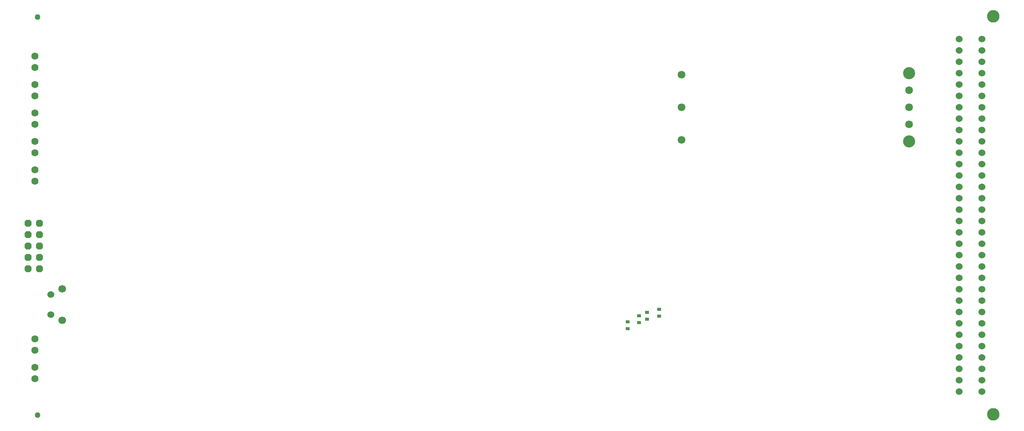
<source format=gbr>
G04 Layer_Color=255*
%FSLAX45Y45*%
%MOMM*%
%TF.FileFunction,Pads,Bot*%
%TF.Part,Single*%
G01*
G75*
%TA.AperFunction,SMDPad,CuDef*%
%ADD14R,0.90000X0.70000*%
%TA.AperFunction,ViaPad*%
%ADD38C,1.27000*%
%TA.AperFunction,ComponentPad*%
%ADD39C,1.52400*%
%ADD40C,1.70000*%
%ADD41C,1.60000*%
G04:AMPARAMS|DCode=42|XSize=1.5748mm|YSize=1.5748mm|CornerRadius=0mm|HoleSize=0mm|Usage=FLASHONLY|Rotation=90.000|XOffset=0mm|YOffset=0mm|HoleType=Round|Shape=Octagon|*
%AMOCTAGOND42*
4,1,8,0.39370,0.78740,-0.39370,0.78740,-0.78740,0.39370,-0.78740,-0.39370,-0.39370,-0.78740,0.39370,-0.78740,0.78740,-0.39370,0.78740,0.39370,0.39370,0.78740,0.0*
%
%ADD42OCTAGOND42*%

%ADD43C,2.80000*%
%ADD44C,1.72400*%
%ADD45C,2.70000*%
D14*
X23939500Y18007401D02*
D03*
Y17857401D02*
D03*
X24124921Y18083600D02*
D03*
Y17933600D02*
D03*
X24394160Y18152180D02*
D03*
Y18002180D02*
D03*
X23685500Y17872780D02*
D03*
Y17722780D02*
D03*
D38*
X10515600Y15791180D02*
D03*
Y24681180D02*
D03*
D39*
X10815280Y18482520D02*
D03*
Y18032520D02*
D03*
X31089600Y16311880D02*
D03*
Y16565880D02*
D03*
Y16819881D02*
D03*
Y17073880D02*
D03*
Y17327879D02*
D03*
Y17581880D02*
D03*
Y17835880D02*
D03*
Y18089880D02*
D03*
Y18343880D02*
D03*
Y18597881D02*
D03*
Y18851880D02*
D03*
Y19105881D02*
D03*
Y19359880D02*
D03*
Y19613879D02*
D03*
Y19867880D02*
D03*
Y20121880D02*
D03*
Y20375880D02*
D03*
Y20629880D02*
D03*
Y20883881D02*
D03*
Y21137880D02*
D03*
Y21391879D02*
D03*
Y21645880D02*
D03*
Y21899879D02*
D03*
Y22153880D02*
D03*
Y22407880D02*
D03*
Y22661880D02*
D03*
Y22915880D02*
D03*
Y23169881D02*
D03*
Y23423880D02*
D03*
Y23677879D02*
D03*
Y23931880D02*
D03*
Y24185880D02*
D03*
X31597601Y16311880D02*
D03*
Y16565880D02*
D03*
Y16819881D02*
D03*
Y17073880D02*
D03*
Y17327879D02*
D03*
Y17581880D02*
D03*
Y17835880D02*
D03*
Y18089880D02*
D03*
Y18343880D02*
D03*
Y18597881D02*
D03*
Y18851880D02*
D03*
Y19105881D02*
D03*
Y19359880D02*
D03*
Y19613879D02*
D03*
Y19867880D02*
D03*
Y20121880D02*
D03*
Y20375880D02*
D03*
Y20629880D02*
D03*
Y20883881D02*
D03*
Y21137880D02*
D03*
Y21391879D02*
D03*
Y21645880D02*
D03*
Y21899879D02*
D03*
Y22153880D02*
D03*
Y22407880D02*
D03*
Y22661880D02*
D03*
Y22915880D02*
D03*
Y23169881D02*
D03*
Y23423880D02*
D03*
Y23677879D02*
D03*
Y23931880D02*
D03*
Y24185880D02*
D03*
D40*
X11064280Y17907021D02*
D03*
Y18608020D02*
D03*
D41*
X10454640Y21645880D02*
D03*
Y21899879D02*
D03*
Y23550880D02*
D03*
Y23804880D02*
D03*
Y17238980D02*
D03*
Y17492979D02*
D03*
Y16603979D02*
D03*
Y16857980D02*
D03*
Y21264880D02*
D03*
Y21010880D02*
D03*
Y23169881D02*
D03*
Y22915880D02*
D03*
Y22280881D02*
D03*
Y22534880D02*
D03*
D42*
X10299701Y20071080D02*
D03*
X10553701D02*
D03*
Y19817081D02*
D03*
X10299701D02*
D03*
Y19563080D02*
D03*
X10553701D02*
D03*
X10299701Y19309081D02*
D03*
X10553701D02*
D03*
X10299701Y19055080D02*
D03*
X10553701D02*
D03*
D43*
X31851599Y15803880D02*
D03*
Y24693880D02*
D03*
D44*
X24892000Y21934419D02*
D03*
Y23394420D02*
D03*
Y22664420D02*
D03*
X29972000Y22285420D02*
D03*
Y22666420D02*
D03*
Y23047420D02*
D03*
D45*
Y21904420D02*
D03*
Y23428419D02*
D03*
%TF.MD5,cc27185d82a81816e51d6fdfbf003244*%
M02*

</source>
